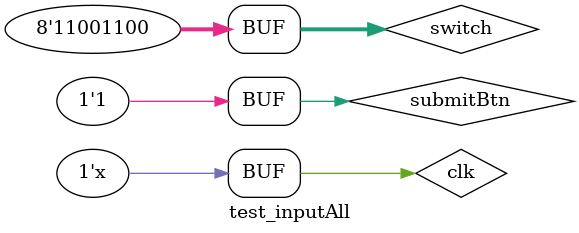
<source format=v>
`timescale 1ns / 1ps

module test_inputAll;

wire [39:0] characters;
wire [7:0] character;
wire outputReady;

reg [7:0] switch;
reg submitBtn;
reg clk;

switchInput sw(
	character,
	outputReady,
	switch,
	submitBtn,
	clk
);

inputBuffer #(
	.NUM_CHARS(5)
) ib (
	characters,
	character,
	outputReady
);
initial begin
	clk = 0;
	switch = 0;
	submitBtn = 0;
	
	#1000000
	switch = 8'b11001100;
	
	#1000000
	submitBtn = 1;
	
	#2000000
	submitBtn = 0;
	
	#2000000
	submitBtn = 1;
	
end

always #100000 clk = ~clk;

endmodule

</source>
